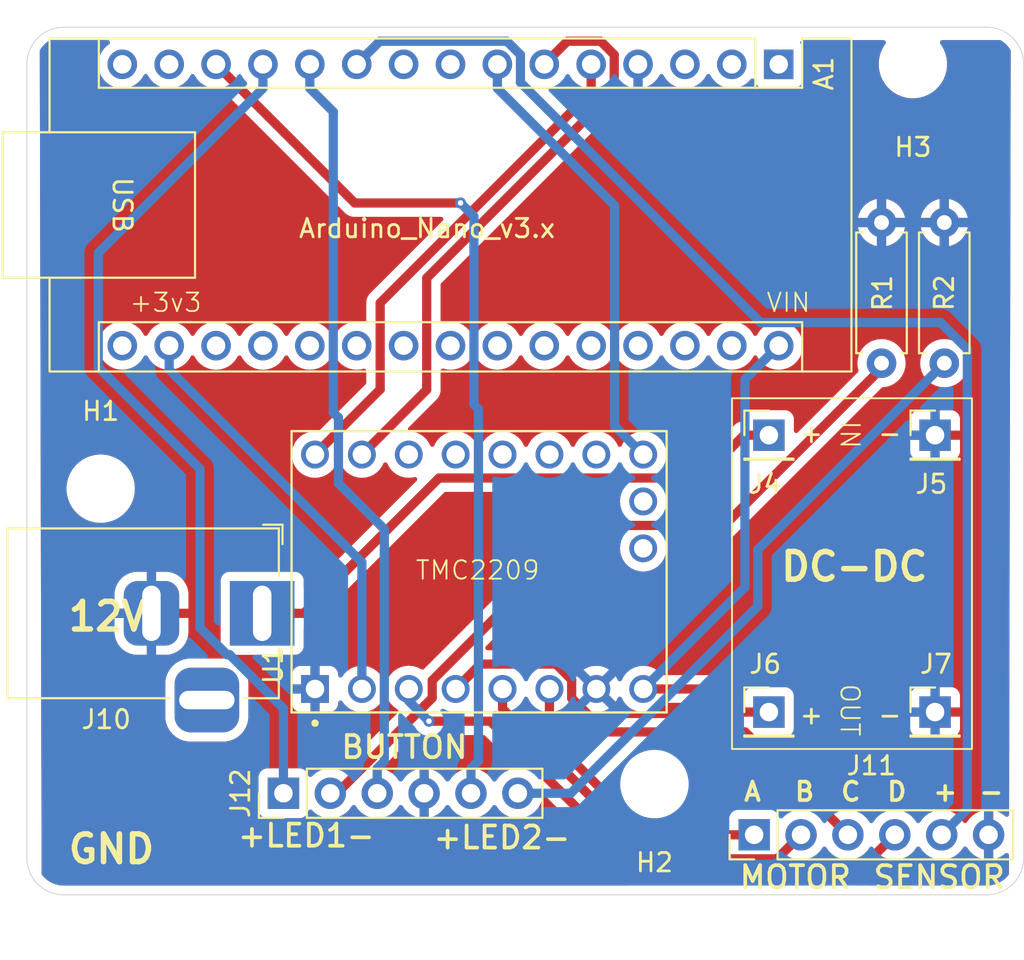
<source format=kicad_pcb>
(kicad_pcb (version 20240108) (generator "pcbnew") (generator_version "8.0")
  (layers (0 "F.Cu" signal) (31 "B.Cu" signal) (34 "B.Paste" user) (35 "F.Paste" user) (36 "B.SilkS" user "B.Silkscreen") (37 "F.SilkS" user "F.Silkscreen") (38 "B.Mask" user) (39 "F.Mask" user) (44 "Edge.Cuts" user))
  (net 0 "")
  (net 5 "/LED1")
  (net 12 "GND")
  (net 16 "/BTN")
  (net 18 "/Direction")
  (net 20 "/VIN")
  (net 21 "/Enable")
  (net 22 "/LED2")
  (net 24 "/3V3")
  (net 25 "/Step")
  (net 27 "/FilamentSensor")
  (net 31 "/MotorC")
  (net 32 "/MotorA")
  (net 33 "/MotorB")
  (net 34 "/MotorD")
  (net 35 "+12V")
  (net 43 "Net-(J12-Pin_2)")
  (net 44 "Net-(J12-Pin_6)")
  (footprint "MountingHole:MountingHole_3.2mm_M3" (layer "F.Cu") (at 18 39)
    (property "Reference" "H1" (at 0 -4.2 0) (layer "F.SilkS"))
    (property "Value" "MountingHole")
    (pad "" np_thru_hole circle (at 0 0) (size 3.2 3.2) (drill 3.2) (layers "*.Cu" "*.Mask"))
  )
  (footprint "Connector_BarrelJack:BarrelJack_Horizontal" (layer "F.Cu") (at 26.75 45.75)
    (property "Reference" "J10" (at -8.45 5.75 0) (layer "F.SilkS"))
    (property "Value" "Conn_01x02")
    (fp_line (start -13.8 -4.6) (end 0.9 -4.6) (stroke (width 0.12)) (layer "F.SilkS"))
    (fp_line (start -13.8 4.6) (end -13.8 -4.6) (stroke (width 0.12)) (layer "F.SilkS"))
    (fp_line (start -5 4.6) (end -13.8 4.6) (stroke (width 0.12)) (layer "F.SilkS"))
    (fp_line (start 0.05 -4.8) (end 1.1 -4.8) (stroke (width 0.12)) (layer "F.SilkS"))
    (fp_line (start 0.9 -4.6) (end 0.9 -2) (stroke (width 0.12)) (layer "F.SilkS"))
    (fp_line (start 0.9 1.9) (end 0.9 4.6) (stroke (width 0.12)) (layer "F.SilkS"))
    (fp_line (start 0.9 4.6) (end -1 4.6) (stroke (width 0.12)) (layer "F.SilkS"))
    (fp_line (start 1.1 -3.75) (end 1.1 -4.8) (stroke (width 0.12)) (layer "F.SilkS"))
    (pad "1" thru_hole rect (at 0 0) (size 3.5 3.5) (drill oval 1 3) (layers "*.Cu" "*.Mask") (net 35 "+12V"))
    (pad "2" thru_hole roundrect (at -6 0) (size 3 3.5) (drill oval 1 3) (layers "*.Cu" "*.Mask") (net 12 "GND"))
    (pad "3" thru_hole roundrect (at -3 4.7) (size 3.5 3.5) (drill oval 3 1) (layers "*.Cu" "*.Mask"))
  )
  (footprint "Connector_PinHeader_2.54mm:PinHeader_1x06_P2.54mm_Vertical" (layer "F.Cu") (at 27.9 55.5 90)
    (property "Reference" "J12" (at 0 -2.33 -90) (layer "F.SilkS"))
    (property "Value" "LED-PWR")
    (fp_line (start -1.33 -1.33) (end 0 -1.33) (stroke (width 0.12)) (layer "F.SilkS"))
    (fp_line (start -1.33 0) (end -1.33 -1.33) (stroke (width 0.12)) (layer "F.SilkS"))
    (fp_line (start 1.33 1.27) (end 1.33 14.03) (stroke (width 0.12)) (layer "F.SilkS"))
    (fp_line (start -1.33 1.27) (end 1.33 1.27) (stroke (width 0.12)) (layer "F.SilkS"))
    (fp_line (start -1.33 1.27) (end -1.33 14.03) (stroke (width 0.12)) (layer "F.SilkS"))
    (fp_line (start -1.33 14.03) (end 1.33 14.03) (stroke (width 0.12)) (layer "F.SilkS"))
    (pad "1" thru_hole rect (at 0 0 90) (size 1.7 1.7) (drill 1) (layers "*.Cu" "*.Mask") (net 5 "/LED1"))
    (pad "2" thru_hole oval (at 0 2.54 90) (size 1.7 1.7) (drill 1) (layers "*.Cu" "*.Mask") (net 43 "Net-(J12-Pin_2)"))
    (pad "3" thru_hole oval (at 0 5.08 90) (size 1.7 1.7) (drill 1) (layers "*.Cu" "*.Mask") (net 16 "/BTN"))
    (pad "4" thru_hole oval (at 0 7.62 90) (size 1.7 1.7) (drill 1) (layers "*.Cu" "*.Mask") (net 12 "GND"))
    (pad "5" thru_hole oval (at 0 10.16 90) (size 1.7 1.7) (drill 1) (layers "*.Cu" "*.Mask") (net 22 "/LED2"))
    (pad "6" thru_hole oval (at 0 12.7 90) (size 1.7 1.7) (drill 1) (layers "*.Cu" "*.Mask") (net 44 "Net-(J12-Pin_6)"))
  )
  (footprint "MountingHole:MountingHole_3.2mm_M3" (layer "F.Cu") (at 62 16)
    (property "Reference" "H3" (at 0 4.5 0) (layer "F.SilkS"))
    (property "Value" "MountingHole")
    (pad "" np_thru_hole circle (at 0 0) (size 3.2 3.2) (drill 3.2) (layers "*.Cu" "*.Mask"))
  )
  (footprint "Connector_PinHeader_2.54mm:PinHeader_1x01_P2.54mm_Vertical" (layer "F.Cu") (at 54.2 51.1)
    (property "Reference" "J6" (at -0.2 -2.6 0) (layer "F.SilkS"))
    (property "Value" "+" (at 2.3 0.15 0) (layer "F.SilkS"))
    (fp_line (start -1.33 -1.33) (end 0 -1.33) (stroke (width 0.12)) (layer "F.SilkS"))
    (fp_line (start -1.33 0) (end -1.33 -1.33) (stroke (width 0.12)) (layer "F.SilkS"))
    (fp_line (start -1.33 1.27) (end -1.33 1.33) (stroke (width 0.12)) (layer "F.SilkS"))
    (fp_line (start -1.33 1.27) (end 1.33 1.27) (stroke (width 0.12)) (layer "F.SilkS"))
    (fp_line (start -1.33 1.33) (end 1.33 1.33) (stroke (width 0.12)) (layer "F.SilkS"))
    (fp_line (start 1.33 1.27) (end 1.33 1.33) (stroke (width 0.12)) (layer "F.SilkS"))
    (pad "1" thru_hole rect (at 0 0) (size 1.7 1.7) (drill 1) (layers "*.Cu" "*.Mask") (net 20 "/VIN"))
  )
  (footprint "Connector_PinHeader_2.54mm:PinHeader_1x01_P2.54mm_Vertical" (layer "F.Cu") (at 63.2 51.1)
    (property "Reference" "J7" (at 0.05 -2.6 0) (layer "F.SilkS"))
    (property "Value" "-" (at -2.45 0.15 0) (layer "F.SilkS"))
    (fp_line (start -1.33 -1.33) (end 0 -1.33) (stroke (width 0.12)) (layer "F.SilkS"))
    (fp_line (start -1.33 0) (end -1.33 -1.33) (stroke (width 0.12)) (layer "F.SilkS"))
    (fp_line (start -1.33 1.27) (end -1.33 1.33) (stroke (width 0.12)) (layer "F.SilkS"))
    (fp_line (start -1.33 1.27) (end 1.33 1.27) (stroke (width 0.12)) (layer "F.SilkS"))
    (fp_line (start -1.33 1.33) (end 1.33 1.33) (stroke (width 0.12)) (layer "F.SilkS"))
    (fp_line (start 1.33 1.27) (end 1.33 1.33) (stroke (width 0.12)) (layer "F.SilkS"))
    (pad "1" thru_hole rect (at 0 0) (size 1.7 1.7) (drill 1) (layers "*.Cu" "*.Mask") (net 12 "GND"))
  )
  (footprint "SFLibrary:MODULE_TMC2209_SILENTSTEPSTICK" (layer "F.Cu") (at 38.5 43.5 90)
    (property "Reference" "U1" (at -5.075 -11.155 -90) (layer "F.SilkS"))
    (property "Value" "TMC2209_SILENTSTEPSTICK")
    (fp_line (start 7.62 -10.16) (end 7.62 10.16) (stroke (width 0.127)) (layer "F.SilkS"))
    (fp_line (start -7.62 -10.16) (end 7.62 -10.16) (stroke (width 0.127)) (layer "F.SilkS"))
    (fp_line (start 7.62 10.16) (end -7.62 10.16) (stroke (width 0.127)) (layer "F.SilkS"))
    (fp_line (start -7.62 10.16) (end -7.62 -10.16) (stroke (width 0.127)) (layer "F.SilkS"))
    (fp_circle (center -8.2 -8.89) (end -8.1 -8.89) (stroke (width 0.2)) (fill none) (layer "F.SilkS"))
    (pad "1" thru_hole rect (at -6.35 -8.89 90) (size 1.508 1.508) (drill 1) (layers "*.Cu" "*.Mask") (net 12 "GND"))
    (pad "2" thru_hole circle (at -6.35 -6.35 90) (size 1.508 1.508) (drill 1) (layers "*.Cu" "*.Mask") (net 24 "/3V3"))
    (pad "3" thru_hole circle (at -6.35 -3.81 90) (size 1.508 1.508) (drill 1) (layers "*.Cu" "*.Mask") (net 34 "/MotorD"))
    (pad "4" thru_hole circle (at -6.35 -1.27 90) (size 1.508 1.508) (drill 1) (layers "*.Cu" "*.Mask") (net 33 "/MotorB"))
    (pad "5" thru_hole circle (at -6.35 1.27 90) (size 1.508 1.508) (drill 1) (layers "*.Cu" "*.Mask") (net 31 "/MotorC"))
    (pad "6" thru_hole circle (at -6.35 3.81 90) (size 1.508 1.508) (drill 1) (layers "*.Cu" "*.Mask") (net 32 "/MotorA"))
    (pad "7" thru_hole circle (at -6.35 6.35 90) (size 1.508 1.508) (drill 1) (layers "*.Cu" "*.Mask") (net 12 "GND"))
    (pad "8" thru_hole circle (at -6.35 8.89 90) (size 1.508 1.508) (drill 1) (layers "*.Cu" "*.Mask") (net 20 "/VIN"))
    (pad "9" thru_hole circle (at 6.35 -8.89 90) (size 1.508 1.508) (drill 1) (layers "*.Cu" "*.Mask") (net 18 "/Direction"))
    (pad "10" thru_hole circle (at 6.35 -6.35 90) (size 1.508 1.508) (drill 1) (layers "*.Cu" "*.Mask") (net 25 "/Step"))
    (pad "11" thru_hole circle (at 6.35 -3.81 90) (size 1.508 1.508) (drill 1) (layers "*.Cu" "*.Mask"))
    (pad "12" thru_hole circle (at 6.35 -1.27 90) (size 1.508 1.508) (drill 1) (layers "*.Cu" "*.Mask"))
    (pad "13" thru_hole circle (at 6.35 1.27 90) (size 1.508 1.508) (drill 1) (layers "*.Cu" "*.Mask"))
    (pad "14" thru_hole circle (at 6.35 3.81 90) (size 1.508 1.508) (drill 1) (layers "*.Cu" "*.Mask"))
    (pad "15" thru_hole circle (at 6.35 6.35 90) (size 1.508 1.508) (drill 1) (layers "*.Cu" "*.Mask"))
    (pad "16" thru_hole circle (at 6.35 8.89 90) (size 1.508 1.508) (drill 1) (layers "*.Cu" "*.Mask") (net 21 "/Enable"))
    (pad "17" thru_hole circle (at 1.27 8.89 90) (size 1.508 1.508) (drill 1) (layers "*.Cu" "*.Mask"))
    (pad "18" thru_hole circle (at 3.81 8.89 90) (size 1.508 1.508) (drill 1) (layers "*.Cu" "*.Mask"))
  )
  (footprint "Module:Arduino_Nano" (layer "F.Cu") (at 54.73 16.01 -90)
    (property "Reference" "A1" (at 0.5 -2.44 90) (layer "F.SilkS"))
    (property "Value" "Arduino_Nano_v3.x" (at 8.89 19.05 180) (layer "F.SilkS"))
    (fp_line (start 3.68 42.04) (end 3.68 31.62) (stroke (width 0.12)) (layer "F.SilkS"))
    (fp_line (start 11.56 42.04) (end 3.68 42.04) (stroke (width 0.12)) (layer "F.SilkS"))
    (fp_line (start -1.4 39.5) (end 3.68 39.5) (stroke (width 0.12)) (layer "F.SilkS"))
    (fp_line (start 16.64 39.5) (end 11.56 39.5) (stroke (width 0.12)) (layer "F.SilkS"))
    (fp_line (start 16.64 39.5) (end 16.64 -3.94) (stroke (width 0.12)) (layer "F.SilkS"))
    (fp_line (start 1.27 36.83) (end -1.4 36.83) (stroke (width 0.12)) (layer "F.SilkS"))
    (fp_line (start 13.97 36.83) (end 16.64 36.83) (stroke (width 0.12)) (layer "F.SilkS"))
    (fp_line (start 3.68 31.62) (end 11.56 31.62) (stroke (width 0.12)) (layer "F.SilkS"))
    (fp_line (start 11.56 31.62) (end 11.56 42.04) (stroke (width 0.12)) (layer "F.SilkS"))
    (fp_line (start -1.4 1.27) (end -1.4 39.5) (stroke (width 0.12)) (layer "F.SilkS"))
    (fp_line (start 1.27 1.27) (end 1.27 36.83) (stroke (width 0.12)) (layer "F.SilkS"))
    (fp_line (start 1.27 1.27) (end -1.4 1.27) (stroke (width 0.12)) (layer "F.SilkS"))
    (fp_line (start 1.27 1.27) (end 1.27 -1.27) (stroke (width 0.12)) (layer "F.SilkS"))
    (fp_line (start 1.27 -1.27) (end -1.4 -1.27) (stroke (width 0.12)) (layer "F.SilkS"))
    (fp_line (start 13.97 -1.27) (end 13.97 36.83) (stroke (width 0.12)) (layer "F.SilkS"))
    (fp_line (start 13.97 -1.27) (end 16.64 -1.27) (stroke (width 0.12)) (layer "F.SilkS"))
    (fp_line (start -1.4 -3.94) (end -1.4 -1.27) (stroke (width 0.12)) (layer "F.SilkS"))
    (fp_line (start 16.64 -3.94) (end -1.4 -3.94) (stroke (width 0.12)) (layer "F.SilkS"))
    (fp_text user "USB" (at 7.62 35.56 -90) (layer "F.SilkS"))
    (pad "1" thru_hole rect (at 0 0 270) (size 1.6 1.6) (drill 1) (layers "*.Cu" "*.Mask"))
    (pad "2" thru_hole oval (at 0 2.54 270) (size 1.6 1.6) (drill 1) (layers "*.Cu" "*.Mask"))
    (pad "3" thru_hole oval (at 0 5.08 270) (size 1.6 1.6) (drill 1) (layers "*.Cu" "*.Mask"))
    (pad "4" thru_hole oval (at 0 7.62 270) (size 1.6 1.6) (drill 1) (layers "*.Cu" "*.Mask") (net 12 "GND"))
    (pad "5" thru_hole oval (at 0 10.16 270) (size 1.6 1.6) (drill 1) (layers "*.Cu" "*.Mask") (net 18 "/Direction"))
    (pad "6" thru_hole oval (at 0 12.7 270) (size 1.6 1.6) (drill 1) (layers "*.Cu" "*.Mask") (net 25 "/Step"))
    (pad "7" thru_hole oval (at 0 15.24 270) (size 1.6 1.6) (drill 1) (layers "*.Cu" "*.Mask") (net 21 "/Enable"))
    (pad "8" thru_hole oval (at 0 17.78 270) (size 1.6 1.6) (drill 1) (layers "*.Cu" "*.Mask"))
    (pad "9" thru_hole oval (at 0 20.32 270) (size 1.6 1.6) (drill 1) (layers "*.Cu" "*.Mask"))
    (pad "10" thru_hole oval (at 0 22.86 270) (size 1.6 1.6) (drill 1) (layers "*.Cu" "*.Mask") (net 27 "/FilamentSensor"))
    (pad "11" thru_hole oval (at 0 25.4 270) (size 1.6 1.6) (drill 1) (layers "*.Cu" "*.Mask") (net 16 "/BTN"))
    (pad "12" thru_hole oval (at 0 27.94 270) (size 1.6 1.6) (drill 1) (layers "*.Cu" "*.Mask") (net 5 "/LED1"))
    (pad "13" thru_hole oval (at 0 30.48 270) (size 1.6 1.6) (drill 1) (layers "*.Cu" "*.Mask") (net 22 "/LED2"))
    (pad "14" thru_hole oval (at 0 33.02 270) (size 1.6 1.6) (drill 1) (layers "*.Cu" "*.Mask"))
    (pad "15" thru_hole oval (at 0 35.56 270) (size 1.6 1.6) (drill 1) (layers "*.Cu" "*.Mask"))
    (pad "16" thru_hole oval (at 15.24 35.56 270) (size 1.6 1.6) (drill 1) (layers "*.Cu" "*.Mask"))
    (pad "17" thru_hole oval (at 15.24 33.02 270) (size 1.6 1.6) (drill 1) (layers "*.Cu" "*.Mask") (net 24 "/3V3"))
    (pad "18" thru_hole oval (at 15.24 30.48 270) (size 1.6 1.6) (drill 1) (layers "*.Cu" "*.Mask"))
    (pad "19" thru_hole oval (at 15.24 27.94 270) (size 1.6 1.6) (drill 1) (layers "*.Cu" "*.Mask"))
    (pad "20" thru_hole oval (at 15.24 25.4 270) (size 1.6 1.6) (drill 1) (layers "*.Cu" "*.Mask"))
    (pad "21" thru_hole oval (at 15.24 22.86 270) (size 1.6 1.6) (drill 1) (layers "*.Cu" "*.Mask"))
    (pad "22" thru_hole oval (at 15.24 20.32 270) (size 1.6 1.6) (drill 1) (layers "*.Cu" "*.Mask"))
    (pad "23" thru_hole oval (at 15.24 17.78 270) (size 1.6 1.6) (drill 1) (layers "*.Cu" "*.Mask"))
    (pad "24" thru_hole oval (at 15.24 15.24 270) (size 1.6 1.6) (drill 1) (layers "*.Cu" "*.Mask"))
    (pad "25" thru_hole oval (at 15.24 12.7 270) (size 1.6 1.6) (drill 1) (layers "*.Cu" "*.Mask"))
    (pad "26" thru_hole oval (at 15.24 10.16 270) (size 1.6 1.6) (drill 1) (layers "*.Cu" "*.Mask"))
    (pad "27" thru_hole oval (at 15.24 7.62 270) (size 1.6 1.6) (drill 1) (layers "*.Cu" "*.Mask"))
    (pad "28" thru_hole oval (at 15.24 5.08 270) (size 1.6 1.6) (drill 1) (layers "*.Cu" "*.Mask"))
    (pad "29" thru_hole oval (at 15.24 2.54 270) (size 1.6 1.6) (drill 1) (layers "*.Cu" "*.Mask"))
    (pad "30" thru_hole oval (at 15.24 0 270) (size 1.6 1.6) (drill 1) (layers "*.Cu" "*.Mask") (net 20 "/VIN"))
  )
  (footprint "Connector_PinHeader_2.54mm:PinHeader_1x06_P2.54mm_Vertical" (layer "F.Cu") (at 53.4 57.75 90)
    (property "Reference" "J11" (at 3.75 6.35 0) (layer "F.SilkS"))
    (property "Value" "MOTOR-SENSOR")
    (fp_line (start -1.33 -1.33) (end 0 -1.33) (stroke (width 0.12)) (layer "F.SilkS"))
    (fp_line (start -1.33 0) (end -1.33 -1.33) (stroke (width 0.12)) (layer "F.SilkS"))
    (fp_line (start 1.33 1.27) (end 1.33 14.03) (stroke (width 0.12)) (layer "F.SilkS"))
    (fp_line (start -1.33 1.27) (end 1.33 1.27) (stroke (width 0.12)) (layer "F.SilkS"))
    (fp_line (start -1.33 1.27) (end -1.33 14.03) (stroke (width 0.12)) (layer "F.SilkS"))
    (fp_line (start -1.33 14.03) (end 1.33 14.03) (stroke (width 0.12)) (layer "F.SilkS"))
    (pad "1" thru_hole rect (at 0 0 90) (size 1.7 1.7) (drill 1) (layers "*.Cu" "*.Mask") (net 32 "/MotorA"))
    (pad "2" thru_hole oval (at 0 2.54 90) (size 1.7 1.7) (drill 1) (layers "*.Cu" "*.Mask") (net 31 "/MotorC"))
    (pad "3" thru_hole oval (at 0 5.08 90) (size 1.7 1.7) (drill 1) (layers "*.Cu" "*.Mask") (net 33 "/MotorB"))
    (pad "4" thru_hole oval (at 0 7.62 90) (size 1.7 1.7) (drill 1) (layers "*.Cu" "*.Mask") (net 34 "/MotorD"))
    (pad "5" thru_hole oval (at 0 10.16 90) (size 1.7 1.7) (drill 1) (layers "*.Cu" "*.Mask") (net 27 "/FilamentSensor"))
    (pad "6" thru_hole oval (at 0 12.7 90) (size 1.7 1.7) (drill 1) (layers "*.Cu" "*.Mask") (net 12 "GND"))
  )
  (footprint "Resistor_THT:R_Axial_DIN0207_L6.3mm_D2.5mm_P7.62mm_Horizontal" (layer "F.Cu") (at 63.7 32.2 90)
    (property "Reference" "R2" (at 3.81 0 -90) (layer "F.SilkS"))
    (property "Value" "220")
    (fp_line (start 7.08 -1.37) (end 7.08 -1.04) (stroke (width 0.12)) (layer "F.SilkS"))
    (fp_line (start 0.54 -1.37) (end 7.08 -1.37) (stroke (width 0.12)) (layer "F.SilkS"))
    (fp_line (start 0.54 -1.04) (end 0.54 -1.37) (stroke (width 0.12)) (layer "F.SilkS"))
    (fp_line (start 0.54 1.04) (end 0.54 1.37) (stroke (width 0.12)) (layer "F.SilkS"))
    (fp_line (start 7.08 1.37) (end 7.08 1.04) (stroke (width 0.12)) (layer "F.SilkS"))
    (fp_line (start 0.54 1.37) (end 7.08 1.37) (stroke (width 0.12)) (layer "F.SilkS"))
    (pad "1" thru_hole circle (at 0 0 90) (size 1.6 1.6) (drill 0.8) (layers "*.Cu" "*.Mask") (net 44 "Net-(J12-Pin_6)"))
    (pad "2" thru_hole oval (at 7.62 0 90) (size 1.6 1.6) (drill 0.8) (layers "*.Cu" "*.Mask") (net 12 "GND"))
  )
  (footprint "Connector_PinHeader_2.54mm:PinHeader_1x01_P2.54mm_Vertical" (layer "F.Cu") (at 54.2 36.1)
    (property "Reference" "J4" (at -0.2 2.65 0) (layer "F.SilkS"))
    (property "Value" "+" (at 2.3 -0.1 0) (layer "F.SilkS"))
    (fp_line (start -1.33 -1.33) (end 0 -1.33) (stroke (width 0.12)) (layer "F.SilkS"))
    (fp_line (start -1.33 0) (end -1.33 -1.33) (stroke (width 0.12)) (layer "F.SilkS"))
    (fp_line (start -1.33 1.27) (end -1.33 1.33) (stroke (width 0.12)) (layer "F.SilkS"))
    (fp_line (start -1.33 1.27) (end 1.33 1.27) (stroke (width 0.12)) (layer "F.SilkS"))
    (fp_line (start -1.33 1.33) (end 1.33 1.33) (stroke (width 0.12)) (layer "F.SilkS"))
    (fp_line (start 1.33 1.27) (end 1.33 1.33) (stroke (width 0.12)) (layer "F.SilkS"))
    (pad "1" thru_hole rect (at 0 0) (size 1.7 1.7) (drill 1) (layers "*.Cu" "*.Mask") (net 35 "+12V"))
  )
  (footprint "MountingHole:MountingHole_3.2mm_M3" (layer "F.Cu") (at 48 55)
    (property "Reference" "H2" (at 0 4.25 0) (layer "F.SilkS"))
    (property "Value" "MountingHole")
    (pad "" np_thru_hole circle (at 0 0) (size 3.2 3.2) (drill 3.2) (layers "*.Cu" "*.Mask"))
  )
  (footprint "Resistor_THT:R_Axial_DIN0207_L6.3mm_D2.5mm_P7.62mm_Horizontal" (layer "F.Cu") (at 60.3 32.2 90)
    (property "Reference" "R1" (at 3.8 0.05 -90) (layer "F.SilkS"))
    (property "Value" "220")
    (fp_line (start 7.08 -1.37) (end 7.08 -1.04) (stroke (width 0.12)) (layer "F.SilkS"))
    (fp_line (start 0.54 -1.37) (end 7.08 -1.37) (stroke (width 0.12)) (layer "F.SilkS"))
    (fp_line (start 0.54 -1.04) (end 0.54 -1.37) (stroke (width 0.12)) (layer "F.SilkS"))
    (fp_line (start 0.54 1.04) (end 0.54 1.37) (stroke (width 0.12)) (layer "F.SilkS"))
    (fp_line (start 7.08 1.37) (end 7.08 1.04) (stroke (width 0.12)) (layer "F.SilkS"))
    (fp_line (start 0.54 1.37) (end 7.08 1.37) (stroke (width 0.12)) (layer "F.SilkS"))
    (pad "1" thru_hole circle (at 0 0 90) (size 1.6 1.6) (drill 0.8) (layers "*.Cu" "*.Mask") (net 43 "Net-(J12-Pin_2)"))
    (pad "2" thru_hole oval (at 7.62 0 90) (size 1.6 1.6) (drill 0.8) (layers "*.Cu" "*.Mask") (net 12 "GND"))
  )
  (footprint "Connector_PinHeader_2.54mm:PinHeader_1x01_P2.54mm_Vertical" (layer "F.Cu") (at 63.2 36.1)
    (property "Reference" "J5" (at -0.2 2.65 0) (layer "F.SilkS"))
    (property "Value" "-" (at -2.45 -0.1 0) (layer "F.SilkS"))
    (fp_line (start -1.33 -1.33) (end 0 -1.33) (stroke (width 0.12)) (layer "F.SilkS"))
    (fp_line (start -1.33 0) (end -1.33 -1.33) (stroke (width 0.12)) (layer "F.SilkS"))
    (fp_line (start -1.33 1.27) (end -1.33 1.33) (stroke (width 0.12)) (layer "F.SilkS"))
    (fp_line (start -1.33 1.27) (end 1.33 1.27) (stroke (width 0.12)) (layer "F.SilkS"))
    (fp_line (start -1.33 1.33) (end 1.33 1.33) (stroke (width 0.12)) (layer "F.SilkS"))
    (fp_line (start 1.33 1.27) (end 1.33 1.33) (stroke (width 0.12)) (layer "F.SilkS"))
    (pad "1" thru_hole rect (at 0 0) (size 1.7 1.7) (drill 1) (layers "*.Cu" "*.Mask") (net 12 "GND"))
  )
  (gr_rect (start 52.2 34.1) (end 65.2 53.1) (stroke (width 0.1)) (fill none) (layer "F.SilkS"))
  (gr_arc (start 68 59) (mid 67.414214 60.414214) (end 66 61) (stroke (width 0.05)) (layer "Edge.Cuts"))
  (gr_arc (start 66 14) (mid 67.414214 14.585786) (end 68 16) (stroke (width 0.05)) (layer "Edge.Cuts"))
  (gr_arc (start 14 16) (mid 14.585786 14.585786) (end 16 14) (stroke (width 0.05)) (layer "Edge.Cuts"))
  (gr_line (start 66 61) (end 16 61) (stroke (width 0.05)) (layer "Edge.Cuts"))
  (gr_line (start 68 16) (end 68 59) (stroke (width 0.05)) (layer "Edge.Cuts"))
  (gr_arc (start 16 61) (mid 14.585786 60.414214) (end 14 59) (stroke (width 0.05)) (layer "Edge.Cuts"))
  (gr_line (start 14 59) (end 14 16) (stroke (width 0.05)) (layer "Edge.Cuts"))
  (gr_line (start 16 14) (end 66 14) (stroke (width 0.05)) (layer "Edge.Cuts"))
  (gr_text "MOTOR" (at 52.5 60.75 0) (layer "F.SilkS") (effects (font (size 1.2 1.2) (thickness 0.2) (bold yes)) (justify left bottom)))
  (gr_text "D" (at 60.5 56 0) (layer "F.SilkS") (effects (font (size 1 1) (thickness 0.2) (bold yes)) (justify left bottom)))
  (gr_text "B" (at 55.5 56 0) (layer "F.SilkS") (effects (font (size 1 1) (thickness 0.2) (bold yes)) (justify left bottom)))
  (gr_text "C" (at 58 56 0) (layer "F.SilkS") (effects (font (size 1 1) (thickness 0.2) (bold yes)) (justify left bottom)))
  (gr_text "SENSOR" (at 59.75 60.75 0) (layer "F.SilkS") (effects (font (size 1.2 1.2) (thickness 0.2) (bold yes)) (justify left bottom)))
  (gr_text "GND" (at 16.1 59.4 0) (layer "F.SilkS") (effects (font (size 1.5 1.5) (thickness 0.3) (bold yes)) (justify left bottom)))
  (gr_text "VIN" (at 54 29.5 0) (layer "F.SilkS") (effects (font (size 1 1) (thickness 0.1)) (justify left bottom)))
  (gr_text "OUT" (at 58 49.5 -90) (layer "F.SilkS") (effects (font (size 1 1) (thickness 0.1)) (justify left bottom)))
  (gr_text "TMC2209" (at 35 44 0) (layer "F.SilkS") (effects (font (size 1 1) (thickness 0.1)) (justify left bottom)))
  (gr_text "IN" (at 58 35.25 270) (layer "F.SilkS") (effects (font (size 1 1) (thickness 0.1)) (justify left bottom)))
  (gr_text "+" (at 63 56 0) (layer "F.SilkS") (effects (font (size 1 1) (thickness 0.2) (bold yes)) (justify left bottom)))
  (gr_text "DC-DC" (at 54.7 44.1 0) (layer "F.SilkS") (effects (font (size 1.5 1.5) (thickness 0.3) (bold yes)) (justify left bottom)))
  (gr_text "A" (at 52.75 56 0) (layer "F.SilkS") (effects (font (size 1 1) (thickness 0.2) (bold yes)) (justify left bottom)))
  (gr_text "+LED2-" (at 35.92 58.6 0) (layer "F.SilkS") (effects (font (size 1.2 1.2) (thickness 0.2) (bold yes)) (justify left bottom)))
  (gr_text "-" (at 65.5 56 0) (layer "F.SilkS") (effects (font (size 1 1) (thickness 0.2) (bold yes)) (justify left bottom)))
  (gr_text "+3v3" (at 19.5 29.5 0) (layer "F.SilkS") (effects (font (size 1 1) (thickness 0.1)) (justify left bottom)))
  (gr_text "+LED1-" (at 25.32 58.5 0) (layer "F.SilkS") (effects (font (size 1.2 1.2) (thickness 0.2) (bold yes)) (justify left bottom)))
  (gr_text "BUTTON" (at 30.92 53.7 0) (layer "F.SilkS") (effects (font (size 1.2 1.2) (thickness 0.2) (bold yes)) (justify left bottom)))
  (gr_text "12V" (at 16.1 46.8 0) (layer "F.SilkS") (effects (font (size 1.5 1.5) (thickness 0.3) (bold yes)) (justify left bottom)))
  (segment (start 26.79 16.01) (end 26.79 17.31) (width 0.5) (layer "B.Cu") (net 5))
  (segment (start 23.3788 37.9261) (end 23.3788 46.5295) (width 0.5) (layer "B.Cu") (net 5))
  (segment (start 17.8686 26.2314) (end 17.8686 32.4159) (width 0.5) (layer "B.Cu") (net 5))
  (segment (start 27.9 50.9065) (end 27.9 55.5) (width 0.5) (layer "B.Cu") (net 5))
  (segment (start 24.8393 47.99) (end 24.9835 47.99) (width 0.5) (layer "B.Cu") (net 5))
  (segment (start 23.3788 46.5295) (end 24.8393 47.99) (width 0.5) (layer "B.Cu") (net 5))
  (segment (start 24.9835 47.99) (end 27.9 50.9065) (width 0.5) (layer "B.Cu") (net 5))
  (segment (start 17.8686 32.4159) (end 23.3788 37.9261) (width 0.5) (layer "B.Cu") (net 5))
  (segment (start 26.79 17.31) (end 17.8686 26.2314) (width 0.5) (layer "B.Cu") (net 5))
  (segment (start 33.365 41.1929) (end 30.88 38.7079) (width 0.5) (layer "B.Cu") (net 16))
  (segment (start 32.98 54.15) (end 33.365 53.765) (width 0.5) (layer "B.Cu") (net 16))
  (segment (start 30.88 35.1457) (end 30.6001 34.8658) (width 0.5) (layer "B.Cu") (net 16))
  (segment (start 30.6001 34.8658) (end 30.6001 18.5801) (width 0.5) (layer "B.Cu") (net 16))
  (segment (start 30.6001 18.5801) (end 29.33 17.31) (width 0.5) (layer "B.Cu") (net 16))
  (segment (start 30.88 38.7079) (end 30.88 35.1457) (width 0.5) (layer "B.Cu") (net 16))
  (segment (start 29.33 16.01) (end 29.33 17.31) (width 0.5) (layer "B.Cu") (net 16))
  (segment (start 33.365 53.765) (end 33.365 41.1929) (width 0.5) (layer "B.Cu") (net 16))
  (segment (start 32.98 55.5) (end 32.98 54.15) (width 0.5) (layer "B.Cu") (net 16))
  (segment (start 44.57 16.01) (end 44.57 17.31) (width 0.5) (layer "F.Cu") (net 18))
  (segment (start 33.14 28.9358) (end 44.57 17.5058) (width 0.5) (layer "F.Cu") (net 18))
  (segment (start 33.14 33.62) (end 33.14 28.9358) (width 0.5) (layer "F.Cu") (net 18))
  (segment (start 44.57 17.5058) (end 44.57 17.31) (width 0.5) (layer "F.Cu") (net 18))
  (segment (start 29.61 37.15) (end 33.14 33.62) (width 0.5) (layer "F.Cu") (net 18))
  (segment (start 47.39 49.85) (end 51.6 49.85) (width 0.5) (layer "F.Cu") (net 20))
  (segment (start 54.2 51.1) (end 52.85 51.1) (width 0.5) (layer "F.Cu") (net 20))
  (segment (start 51.6 49.85) (end 52.85 51.1) (width 0.5) (layer "F.Cu") (net 20))
  (segment (start 52.9 44.34) (end 52.9 33.08) (width 0.5) (layer "B.Cu") (net 20))
  (segment (start 47.39 49.85) (end 52.9 44.34) (width 0.5) (layer "B.Cu") (net 20))
  (segment (start 52.9 33.08) (end 54.73 31.25) (width 0.5) (layer "B.Cu") (net 20))
  (segment (start 45.8399 35.5999) (end 47.39 37.15) (width 0.5) (layer "B.Cu") (net 21))
  (segment (start 45.8399 23.6599) (end 45.8399 35.5999) (width 0.5) (layer "B.Cu") (net 21))
  (segment (start 39.49 16.01) (end 39.49 17.31) (width 0.5) (layer "B.Cu") (net 21))
  (segment (start 39.49 17.31) (end 45.8399 23.6599) (width 0.5) (layer "B.Cu") (net 21))
  (segment (start 37.4922 23.5205) (end 31.7605 23.5205) (width 0.5) (layer "F.Cu") (net 22))
  (segment (start 31.7605 23.5205) (end 24.25 16.01) (width 0.5) (layer "F.Cu") (net 22))
  (via (at 37.4922 23.5205) (size 0.6) (drill 0.3) (layers "F.Cu" "B.Cu") (net 22))
  (segment (start 38.06 54.15) (end 38.4635 53.7465) (width 0.5) (layer "B.Cu") (net 22))
  (segment (start 38.4635 53.7465) (end 38.4635 34.6862) (width 0.5) (layer "B.Cu") (net 22))
  (segment (start 38.22 34.4427) (end 38.22 24.2483) (width 0.5) (layer "B.Cu") (net 22))
  (segment (start 38.22 24.2483) (end 37.4922 23.5205) (width 0.5) (layer "B.Cu") (net 22))
  (segment (start 38.06 55.5) (end 38.06 54.15) (width 0.5) (layer "B.Cu") (net 22))
  (segment (start 38.4635 34.6862) (end 38.22 34.4427) (width 0.5) (layer "B.Cu") (net 22))
  (segment (start 21.71 32.55) (end 32.15 42.99) (width 0.5) (layer "B.Cu") (net 24))
  (segment (start 21.71 31.25) (end 21.71 32.55) (width 0.5) (layer "B.Cu") (net 24))
  (segment (start 32.15 42.99) (end 32.15 49.85) (width 0.5) (layer "B.Cu") (net 24))
  (segment (start 45.82 15.492233) (end 45.087767 14.76) (width 0.5) (layer "F.Cu") (net 25))
  (segment (start 32.15 37.15) (end 35.66 33.64) (width 0.5) (layer "F.Cu") (net 25))
  (segment (start 45.82 17.43) (end 45.82 15.492233) (width 0.5) (layer "F.Cu") (net 25))
  (segment (start 35.66 33.64) (end 35.66 27.59) (width 0.5) (layer "F.Cu") (net 25))
  (segment (start 35.66 27.59) (end 45.82 17.43) (width 0.5) (layer "F.Cu") (net 25))
  (segment (start 43.28 14.76) (end 42.03 16.01) (width 0.5) (layer "F.Cu") (net 25))
  (segment (start 45.087767 14.76) (end 43.28 14.76) (width 0.5) (layer "F.Cu") (net 25))
  (segment (start 63.5 30) (end 64.95 31.45) (width 0.5) (layer "B.Cu") (net 27))
  (segment (start 64.95 56.36) (end 63.56 57.75) (width 0.5) (layer "B.Cu") (net 27))
  (segment (start 40.74 15.492233) (end 40.74 16.989999) (width 0.5) (layer "B.Cu") (net 27))
  (segment (start 33.12 14.76) (end 40.007767 14.76) (width 0.5) (layer "B.Cu") (net 27))
  (segment (start 40.007767 14.76) (end 40.74 15.492233) (width 0.5) (layer "B.Cu") (net 27))
  (segment (start 31.87 16.01) (end 33.12 14.76) (width 0.5) (layer "B.Cu") (net 27))
  (segment (start 40.74 16.989999) (end 53.750001 30) (width 0.5) (layer "B.Cu") (net 27))
  (segment (start 64.95 31.45) (end 64.95 56.36) (width 0.5) (layer "B.Cu") (net 27))
  (segment (start 53.750001 30) (end 63.5 30) (width 0.5) (layer "B.Cu") (net 27))
  (segment (start 54.64 59.05) (end 47.903683 59.05) (width 0.5) (layer "F.Cu") (net 31))
  (segment (start 47.903683 59.05) (end 39.77 50.916317) (width 0.5) (layer "F.Cu") (net 31))
  (segment (start 39.77 50.916317) (end 39.77 49.85) (width 0.5) (layer "F.Cu") (net 31))
  (segment (start 55.94 57.75) (end 54.64 59.05) (width 0.5) (layer "F.Cu") (net 31))
  (segment (start 53.4 57.75) (end 47.593633 57.75) (width 0.5) (layer "F.Cu") (net 32))
  (segment (start 42.31 52.466367) (end 42.31 49.85) (width 0.5) (layer "F.Cu") (net 32))
  (segment (start 47.593633 57.75) (end 42.31 52.466367) (width 0.5) (layer "F.Cu") (net 32))
  (segment (start 43.514 50.348714) (end 43.514 49.351286) (width 0.5) (layer "F.Cu") (net 33))
  (segment (start 38.58 48.5) (end 37.23 49.85) (width 0.5) (layer "F.Cu") (net 33))
  (segment (start 52.906417 52.176417) (end 45.341703 52.176417) (width 0.5) (layer "F.Cu") (net 33))
  (segment (start 58.48 57.75) (end 52.906417 52.176417) (width 0.5) (layer "F.Cu") (net 33))
  (segment (start 45.341703 52.176417) (end 43.514 50.348714) (width 0.5) (layer "F.Cu") (net 33))
  (segment (start 43.514 49.351286) (end 42.662714 48.5) (width 0.5) (layer "F.Cu") (net 33))
  (segment (start 42.662714 48.5) (end 38.58 48.5) (width 0.5) (layer "F.Cu") (net 33))
  (segment (start 47.26005 59.75) (end 59.02 59.75) (width 0.5) (layer "F.Cu") (net 34))
  (segment (start 35.7832 51.5947) (end 39.10475 51.5947) (width 0.5) (layer "F.Cu") (net 34))
  (segment (start 39.10475 51.5947) (end 47.26005 59.75) (width 0.5) (layer "F.Cu") (net 34))
  (segment (start 59.02 59.75) (end 61.02 57.75) (width 0.5) (layer "F.Cu") (net 34))
  (via (at 35.7832 51.5947) (size 0.6) (drill 0.3) (layers "F.Cu" "B.Cu") (net 34))
  (segment (start 34.69 49.85) (end 34.69 50.5015) (width 0.5) (layer "B.Cu") (net 34))
  (segment (start 34.69 50.5015) (end 35.7832 51.5947) (width 0.5) (layer "B.Cu") (net 34))
  (segment (start 36.33 38.42) (end 50.53 38.42) (width 0.5) (layer "F.Cu") (net 35))
  (segment (start 29 45.75) (end 36.33 38.42) (width 0.5) (layer "F.Cu") (net 35))
  (segment (start 54.2 36.1) (end 52.85 36.1) (width 0.5) (layer "F.Cu") (net 35))
  (segment (start 26.75 45.75) (end 29 45.75) (width 0.5) (layer "F.Cu") (net 35))
  (segment (start 50.53 38.42) (end 52.85 36.1) (width 0.5) (layer "F.Cu") (net 35))
  (segment (start 60.3 32.2) (end 60.3 32.4753) (width 0.5) (layer "F.Cu") (net 43))
  (segment (start 35.96 50.3359) (end 30.7959 55.5) (width 0.5) (layer "F.Cu") (net 43))
  (segment (start 30.7959 55.5) (end 30.44 55.5) (width 0.5) (layer "F.Cu") (net 43))
  (segment (start 44.3555 40.9902) (end 35.96 49.3857) (width 0.5) (layer "F.Cu") (net 43))
  (segment (start 51.7851 40.9902) (end 44.3555 40.9902) (width 0.5) (layer "F.Cu") (net 43))
  (segment (start 60.3 32.4753) (end 51.7851 40.9902) (width 0.5) (layer "F.Cu") (net 43))
  (segment (start 35.96 49.3857) (end 35.96 50.3359) (width 0.5) (layer "F.Cu") (net 43))
  (segment (start 40.6 55.5) (end 43.4625 55.5) (width 0.5) (layer "B.Cu") (net 44))
  (segment (start 43.4625 55.5) (end 53.6015 45.361) (width 0.5) (layer "B.Cu") (net 44))
  (segment (start 53.6015 45.361) (end 53.6015 42.2985) (width 0.5) (layer "B.Cu") (net 44))
  (segment (start 53.6015 42.2985) (end 63.7 32.2) (width 0.5) (layer "B.Cu") (net 44))
  (zone (net 12) (net_name "GND") (layers "F&B.Cu") (name "GND") (connect_pads (clearance 0.5)) (min_thickness 0.25) (fill yes (thermal_gap 0.5) (thermal_bridge_width 0.5))
    (polygon (pts (xy 14.7 14.7) (xy 67.3 14.7) (xy 67.2 60.5) (xy 14.8 60.5)))
  )
)
</source>
